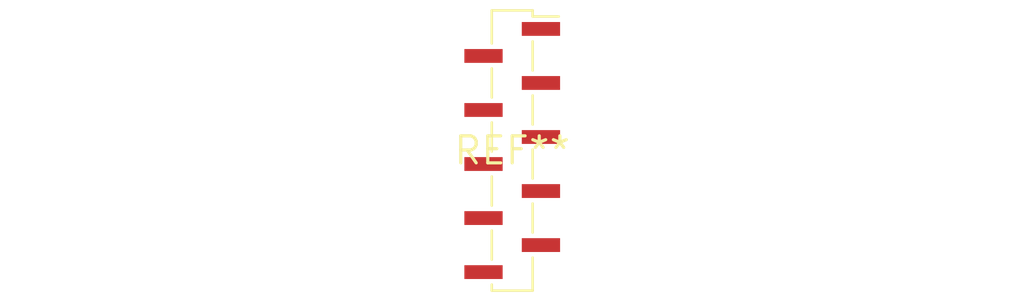
<source format=kicad_pcb>
(kicad_pcb (version 20240108) (generator pcbnew)
  (layers (0 "F.Cu" signal) (31 "B.Cu" signal) (34 "B.Paste" user) (35 "F.Paste" user) (36 "B.SilkS" user "B.Silkscreen") (37 "F.SilkS" user "F.Silkscreen") (38 "B.Mask" user) (39 "F.Mask" user) (44 "Edge.Cuts" user))
  (net 0 "")
  (footprint "PinSocket_1x10_P1.27mm_Vertical_SMD_Pin1Right" (layer "F.Cu") (at 0 0)
    (property "Reference" "REF**")
    (property "Value" "PinSocket_1x10_P1.27mm_Vertical_SMD_Pin1Right")
    (fp_line (start -0.96 -6.585) (end -0.96 -5.03) (layer "F.SilkS") (stroke (width 0.12)))
    (fp_line (start -0.96 -6.585) (end 0.96 -6.585) (layer "F.SilkS") (stroke (width 0.12)))
    (fp_line (start -0.96 -3.86) (end -0.96 -2.49) (layer "F.SilkS") (stroke (width 0.12)))
    (fp_line (start -0.96 -1.32) (end -0.96 0.05) (layer "F.SilkS") (stroke (width 0.12)))
    (fp_line (start -0.96 1.22) (end -0.96 2.59) (layer "F.SilkS") (stroke (width 0.12)))
    (fp_line (start -0.96 3.76) (end -0.96 5.13) (layer "F.SilkS") (stroke (width 0.12)))
    (fp_line (start -0.96 6.3) (end -0.96 6.585) (layer "F.SilkS") (stroke (width 0.12)))
    (fp_line (start -0.96 6.585) (end 0.96 6.585) (layer "F.SilkS") (stroke (width 0.12)))
    (fp_line (start 0.96 -6.585) (end 0.96 -6.3) (layer "F.SilkS") (stroke (width 0.12)))
    (fp_line (start 0.96 -6.3) (end 2.19 -6.3) (layer "F.SilkS") (stroke (width 0.12)))
    (fp_line (start 0.96 -5.13) (end 0.96 -3.76) (layer "F.SilkS") (stroke (width 0.12)))
    (fp_line (start 0.96 -2.59) (end 0.96 -1.22) (layer "F.SilkS") (stroke (width 0.12)))
    (fp_line (start 0.96 -0.05) (end 0.96 1.32) (layer "F.SilkS") (stroke (width 0.12)))
    (fp_line (start 0.96 2.49) (end 0.96 3.86) (layer "F.SilkS") (stroke (width 0.12)))
    (fp_line (start 0.96 5.03) (end 0.96 6.585) (layer "F.SilkS") (stroke (width 0.12)))
    (pad "1" smd rect (at 1.35 -5.715) (size 1.8 0.65) (layers "F.Cu" "F.Paste" "F.Mask"))
    (pad "2" smd rect (at -1.35 -4.445) (size 1.8 0.65) (layers "F.Cu" "F.Paste" "F.Mask"))
    (pad "3" smd rect (at 1.35 -3.175) (size 1.8 0.65) (layers "F.Cu" "F.Paste" "F.Mask"))
    (pad "4" smd rect (at -1.35 -1.905) (size 1.8 0.65) (layers "F.Cu" "F.Paste" "F.Mask"))
    (pad "5" smd rect (at 1.35 -0.635) (size 1.8 0.65) (layers "F.Cu" "F.Paste" "F.Mask"))
    (pad "6" smd rect (at -1.35 0.635) (size 1.8 0.65) (layers "F.Cu" "F.Paste" "F.Mask"))
    (pad "7" smd rect (at 1.35 1.905) (size 1.8 0.65) (layers "F.Cu" "F.Paste" "F.Mask"))
    (pad "8" smd rect (at -1.35 3.175) (size 1.8 0.65) (layers "F.Cu" "F.Paste" "F.Mask"))
    (pad "9" smd rect (at 1.35 4.445) (size 1.8 0.65) (layers "F.Cu" "F.Paste" "F.Mask"))
    (pad "10" smd rect (at -1.35 5.715) (size 1.8 0.65) (layers "F.Cu" "F.Paste" "F.Mask"))
  )
)
</source>
